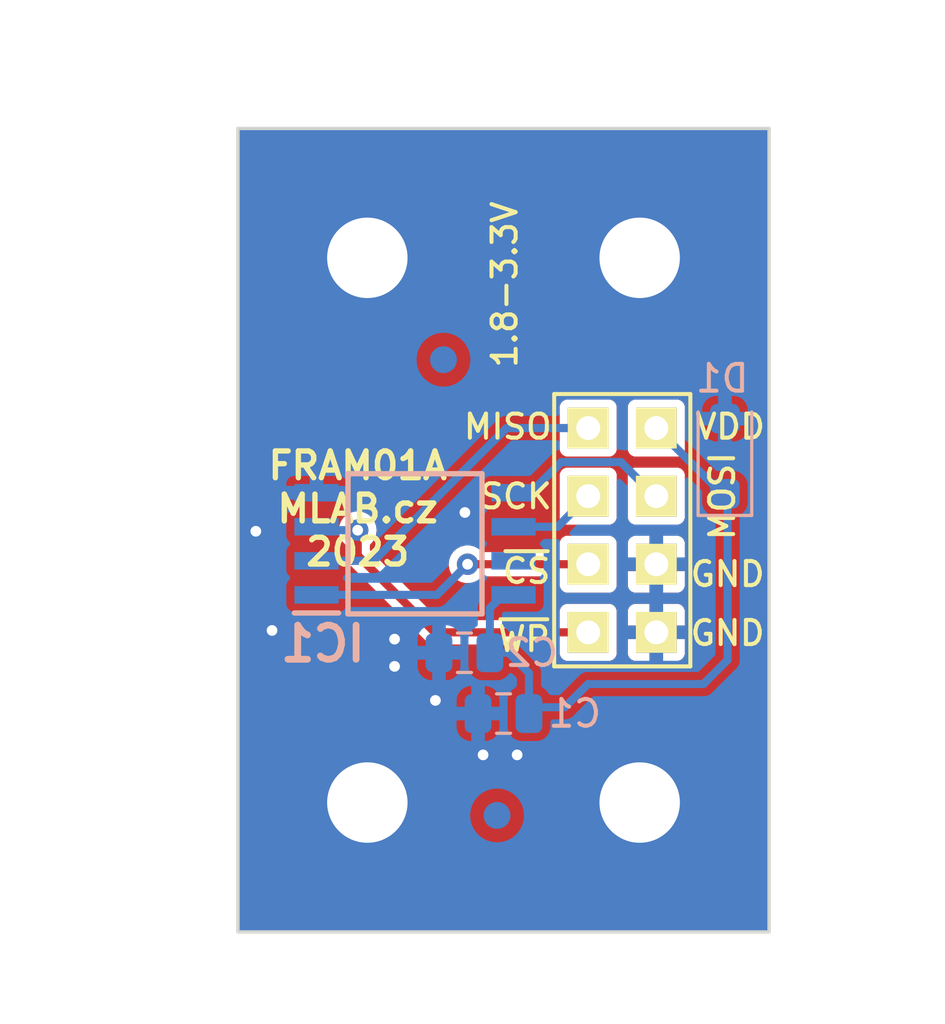
<source format=kicad_pcb>
(kicad_pcb (version 20221018) (generator pcbnew)
  (layers (0 "F.Cu" signal) (31 "B.Cu" signal) (34 "B.Paste" user) (35 "F.Paste" user) (36 "B.SilkS" user "B.Silkscreen") (37 "F.SilkS" user "F.Silkscreen") (38 "B.Mask" user) (39 "F.Mask" user) (44 "Edge.Cuts" user))
  (net 0 "")
  (net 1 "GND")
  (net 2 "~{CS}")
  (net 3 "MISO")
  (net 4 "~{WP}")
  (net 5 "MOSI")
  (net 6 "SCK")
  (net 8 "+3.3V")
  (footprint "Mlab_Mechanical:MountingHole_3mm" (layer "F.Cu") (at 147.32 96.52)
    (fp_text reference "M4" hide)
    (fp_text value "HOLE" hide)
    (pad "1" thru_hole circle (at 0 0) (size 6 6) (drill 3) (layers "*.Cu" "*.Mask") (net 1 "GND") (clearance 1))
  )
  (footprint "Mlab_Mechanical:MountingHole_3mm" (layer "F.Cu") (at 137.16 76.2)
    (fp_text reference "M1" hide)
    (fp_text value "HOLE M3" hide)
    (pad "1" thru_hole circle (at 0 0) (size 6 6) (drill 3) (layers "*.Cu" "*.Mask") (net 1 "GND") (clearance 1))
  )
  (footprint "Mlab_Mechanical:MountingHole_3mm" (layer "F.Cu") (at 147.32 76.2)
    (fp_text reference "M3" hide)
    (fp_text value "HOLE" hide)
    (pad "1" thru_hole circle (at 0 0) (size 6 6) (drill 3) (layers "*.Cu" "*.Mask") (net 1 "GND") (clearance 1))
  )
  (footprint "Mlab_Pin_Headers:Straight_2x04" (layer "F.Cu") (at 146.67 86.36)
    (fp_text reference "J2" hide)
    (fp_text value "HEADER_2x04" hide)
    (fp_line (start -2.54 -5.08) (end 2.54 -5.08) (stroke (width 0.15)) (layer "F.SilkS"))
    (fp_line (start -2.54 5.08) (end -2.54 -5.08) (stroke (width 0.15)) (layer "F.SilkS"))
    (fp_line (start 2.54 -5.08) (end 2.54 5.08) (stroke (width 0.15)) (layer "F.SilkS"))
    (fp_line (start 2.54 5.08) (end -2.54 5.08) (stroke (width 0.15)) (layer "F.SilkS"))
    (pad "1" thru_hole rect (at -1.27 -3.81) (size 1.524 1.524) (drill 0.889) (layers "*.Cu" "*.Mask" "F.SilkS") (net 3 "MISO"))
    (pad "2" thru_hole rect (at 1.27 -3.81) (size 1.524 1.524) (drill 0.889) (layers "*.Cu" "*.Mask" "F.SilkS") (net 8 "+3.3V"))
    (pad "3" thru_hole rect (at -1.27 -1.27) (size 1.524 1.524) (drill 0.889) (layers "*.Cu" "*.Mask" "F.SilkS") (net 6 "SCK"))
    (pad "4" thru_hole rect (at 1.27 -1.27) (size 1.524 1.524) (drill 0.889) (layers "*.Cu" "*.Mask" "F.SilkS") (net 5 "MOSI"))
    (pad "5" thru_hole rect (at -1.27 1.27) (size 1.524 1.524) (drill 0.889) (layers "*.Cu" "*.Mask" "F.SilkS") (net 2 "~{CS}"))
    (pad "6" thru_hole rect (at 1.27 1.27) (size 1.524 1.524) (drill 0.889) (layers "*.Cu" "*.Mask" "F.SilkS") (net 1 "GND"))
    (pad "7" thru_hole rect (at -1.27 3.81) (size 1.524 1.524) (drill 0.889) (layers "*.Cu" "*.Mask" "F.SilkS") (net 4 "~{WP}"))
    (pad "8" thru_hole rect (at 1.27 3.81) (size 1.524 1.524) (drill 0.889) (layers "*.Cu" "*.Mask" "F.SilkS") (net 1 "GND"))
  )
  (footprint "Mlab_Mechanical:MountingHole_3mm" (layer "F.Cu") (at 137.16 96.52)
    (fp_text reference "M2" hide)
    (fp_text value "HOLE M3" hide)
    (pad "1" thru_hole circle (at 0 0) (size 6 6) (drill 3) (layers "*.Cu" "*.Mask") (net 1 "GND") (clearance 1))
  )
  (footprint "KiCad:SOIC127P800X203-8N" (layer "B.Cu") (at 138.938 86.868)
    (fp_text reference "IC1" (at -3.438 3.732) (layer "B.SilkS") (effects (font (size 1.27 1.27) (thickness 0.254)) (justify mirror)))
    (fp_text value "CY15B108QN-40SXI" hide)
    (fp_line (start -4.5 2.58) (end -2.85 2.58) (stroke (width 0.2)) (layer "B.SilkS"))
    (fp_line (start -2.5 -2.615) (end -2.5 2.615) (stroke (width 0.2)) (layer "B.SilkS"))
    (fp_line (start -2.5 2.615) (end 2.5 2.615) (stroke (width 0.2)) (layer "B.SilkS"))
    (fp_line (start 2.5 -2.615) (end -2.5 -2.615) (stroke (width 0.2)) (layer "B.SilkS"))
    (fp_line (start 2.5 2.615) (end 2.5 -2.615) (stroke (width 0.2)) (layer "B.SilkS"))
    (pad "1" smd rect (at -3.675 1.905 270) (size 0.65 1.65) (layers "B.Cu" "B.Paste" "B.Mask") (net 2 "~{CS}"))
    (pad "2" smd rect (at -3.675 0.635 270) (size 0.65 1.65) (layers "B.Cu" "B.Paste" "B.Mask") (net 3 "MISO"))
    (pad "3" smd rect (at -3.675 -0.635 270) (size 0.65 1.65) (layers "B.Cu" "B.Paste" "B.Mask") (net 4 "~{WP}"))
    (pad "4" smd rect (at -3.675 -1.905 270) (size 0.65 1.65) (layers "B.Cu" "B.Paste" "B.Mask") (net 1 "GND"))
    (pad "5" smd rect (at 3.675 -1.905 270) (size 0.65 1.65) (layers "B.Cu" "B.Paste" "B.Mask") (net 5 "MOSI"))
    (pad "6" smd rect (at 3.675 -0.635 270) (size 0.65 1.65) (layers "B.Cu" "B.Paste" "B.Mask") (net 6 "SCK"))
    (pad "7" smd rect (at 3.675 0.635 270) (size 0.65 1.65) (layers "B.Cu" "B.Paste" "B.Mask"))
    (pad "8" smd rect (at 3.675 1.905 270) (size 0.65 1.65) (layers "B.Cu" "B.Paste" "B.Mask") (net 8 "+3.3V"))
  )
  (footprint "Diode_SMD:D_SOD-123F" (layer "B.Cu") (at 150.5 83.6 90)
    (fp_text reference "D1" (at 2.9 -0.1 180) (layer "B.SilkS") (effects (justify mirror)))
    (fp_text value "BZT52H-C3V6,115" hide)
    (fp_line (start -2.21 -1) (end 1.65 -1) (stroke (width 0.12)) (layer "B.SilkS"))
    (fp_line (start -2.21 1) (end -2.21 -1) (stroke (width 0.12)) (layer "B.SilkS"))
    (fp_line (start -2.21 1) (end 1.65 1) (stroke (width 0.12)) (layer "B.SilkS"))
    (pad "1" smd roundrect (at -1.4 0 90) (size 1.1 1.1) (layers "B.Cu" "B.Paste" "B.Mask") (roundrect_rratio 0.2272727273) (net 8 "+3.3V"))
    (pad "2" smd roundrect (at 1.4 0 90) (size 1.1 1.1) (layers "B.Cu" "B.Paste" "B.Mask") (roundrect_rratio 0.2272727273) (net 1 "GND"))
  )
  (footprint "Capacitor_SMD:C_0805_2012Metric" (layer "B.Cu") (at 142.24 93.2 180)
    (fp_text reference "C1" (at -2.66 0) (layer "B.SilkS") (effects (justify mirror)))
    (fp_text value "10uF")
    (fp_line (start -0.261252 -0.735) (end 0.261252 -0.735) (stroke (width 0.12)) (layer "B.SilkS"))
    (fp_line (start -0.261252 0.735) (end 0.261252 0.735) (stroke (width 0.12)) (layer "B.SilkS"))
    (pad "1" smd roundrect (at -0.95 0 180) (size 1 1.45) (layers "B.Cu" "B.Paste" "B.Mask") (net 8 "+3.3V"))
    (pad "2" smd roundrect (at 0.95 0 180) (size 1 1.45) (layers "B.Cu" "B.Paste" "B.Mask") (net 1 "GND"))
  )
  (footprint "Fiducial:Fiducial_1mm_Mask2mm" (layer "B.Cu") (at 140 80 180)
    (fp_text reference "FID2" hide)
    (fp_text value "Fiducial")
    (pad "" smd circle (at 0 0 180) (size 1 1) (layers "B.Cu" "B.Mask") (clearance 0.5))
  )
  (footprint "Fiducial:Fiducial_1mm_Mask2mm" (layer "B.Cu") (at 142 97 180)
    (fp_text reference "FID1" hide)
    (fp_text value "Fiducial")
    (pad "" smd circle (at 0 0 180) (size 1 1) (layers "B.Cu" "B.Mask") (clearance 0.5))
  )
  (footprint "Capacitor_SMD:C_0805_2012Metric" (layer "B.Cu") (at 140.782 90.932 180)
    (fp_text reference "C2" (at -2.518 0) (layer "B.SilkS") (effects (justify mirror)))
    (fp_text value "100nF")
    (fp_line (start -0.261252 -0.735) (end 0.261252 -0.735) (stroke (width 0.12)) (layer "B.SilkS"))
    (fp_line (start -0.261252 0.735) (end 0.261252 0.735) (stroke (width 0.12)) (layer "B.SilkS"))
    (pad "1" smd roundrect (at -0.95 0 180) (size 1 1.45) (layers "B.Cu" "B.Paste" "B.Mask") (net 8 "+3.3V"))
    (pad "2" smd roundrect (at 0.95 0 180) (size 1 1.45) (layers "B.Cu" "B.Paste" "B.Mask") (net 1 "GND"))
  )
  (gr_line (start 152.146 101.346) (end 132.334 101.346) (stroke (width 0.127)) (layer "Edge.Cuts"))
  (gr_line (start 132.334 71.374) (end 132.334 101.346) (stroke (width 0.127)) (layer "Edge.Cuts"))
  (gr_line (start 152.146 71.374) (end 152.146 101.346) (stroke (width 0.127)) (layer "Edge.Cuts"))
  (gr_line (start 132.334 71.374) (end 152.146 71.374) (stroke (width 0.127)) (layer "Edge.Cuts"))
  (gr_text "VDD" (at 150.7 82.5) (layer "F.SilkS") (effects (font (size 0.9 0.9))))
  (gr_text "GND" (at 150.6 88) (layer "F.SilkS") (effects (font (size 0.9 0.9))))
  (gr_text "MISO" (at 142.4 82.5) (layer "F.SilkS") (effects (font (size 0.9 0.9))))
  (gr_text "FRAM01A\nMLAB.cz\n2023" (at 136.8 85.56) (layer "F.SilkS") (effects (font (size 1 1) (thickness 0.2) bold)))
  (gr_text "~{WP}" (at 143 90.424) (layer "F.SilkS") (effects (font (size 0.9 0.9))))
  (gr_text "~{CS}" (at 143.1 87.884) (layer "F.SilkS") (effects (font (size 0.9 0.9))))
  (gr_text "GND" (at 150.6 90.2) (layer "F.SilkS") (effects (font (size 0.9 0.9))))
  (gr_text "1.8-3.3V" (at 142.81 80.38 90) (layer "F.SilkS") (effects (font (size 0.9 0.9)) (justify left bottom)))
  (gr_text "MOSI" (at 150.4 85.09 90) (layer "F.SilkS") (effects (font (size 0.9 0.9))))
  (gr_text "SCK" (at 142.7 85.1) (layer "F.SilkS") (effects (font (size 0.9 0.9))))
  (via (at 138.176 91.44) (size 0.8) (drill 0.4) (layers "F.Cu" "B.Cu") (net 1))
  (via (at 133.604 90.1) (size 0.8) (drill 0.4) (layers "F.Cu" "B.Cu") (net 1))
  (via (at 140.8 85.7) (size 0.8) (drill 0.4) (layers "F.Cu" "B.Cu") (net 1))
  (via (at 141.478 94.742) (size 0.8) (drill 0.4) (layers "F.Cu" "B.Cu") (net 1))
  (via (at 142.748 94.742) (size 0.8) (drill 0.4) (layers "F.Cu" "B.Cu") (net 1))
  (via (at 138.176 90.424) (size 0.8) (drill 0.4) (layers "F.Cu" "B.Cu") (net 1))
  (via (at 133 86.4) (size 0.8) (drill 0.4) (layers "F.Cu" "B.Cu") (net 1))
  (via (at 139.7 92.71) (size 0.8) (drill 0.4) (layers "F.Cu" "B.Cu") (net 1))
  (segment (start 145.4 87.63) (end 140.9 87.63) (width 0.3048) (layer "F.Cu") (net 2))
  (via (at 140.9 87.63) (size 0.8) (drill 0.4) (layers "F.Cu" "B.Cu") (net 2))
  (segment (start 140.9 87.63) (end 139.757 88.773) (width 0.3048) (layer "B.Cu") (net 2))
  (segment (start 139.757 88.773) (end 135.263 88.773) (width 0.3048) (layer "B.Cu") (net 2))
  (segment (start 135.263 87.503) (end 137.397 87.503) (width 0.3048) (layer "B.Cu") (net 3))
  (segment (start 137.397 87.503) (end 142.35 82.55) (width 0.3048) (layer "B.Cu") (net 3))
  (segment (start 142.35 82.55) (end 145.4 82.55) (width 0.3048) (layer "B.Cu") (net 3))
  (segment (start 136.8 86.36) (end 136.8 87.3) (width 0.3048) (layer "F.Cu") (net 4))
  (segment (start 136.8 87.3) (end 139.67 90.17) (width 0.3048) (layer "F.Cu") (net 4))
  (segment (start 139.67 90.17) (end 145.4 90.17) (width 0.3048) (layer "F.Cu") (net 4))
  (via (at 136.8 86.36) (size 0.8) (drill 0.4) (layers "F.Cu" "B.Cu") (net 4))
  (segment (start 136.8 86.36) (end 135.39 86.36) (width 0.3048) (layer "B.Cu") (net 4))
  (segment (start 135.39 86.36) (end 135.263 86.233) (width 0.25) (layer "B.Cu") (net 4))
  (segment (start 146.62 83.82) (end 147.89 85.09) (width 0.3048) (layer "B.Cu") (net 5))
  (segment (start 142.613 84.963) (end 143.250896 84.963) (width 0.3048) (layer "B.Cu") (net 5))
  (segment (start 144.393896 83.82) (end 146.62 83.82) (width 0.3048) (layer "B.Cu") (net 5))
  (segment (start 143.250896 84.963) (end 144.393896 83.82) (width 0.3048) (layer "B.Cu") (net 5))
  (segment (start 145.4 85.09) (end 144.257 86.233) (width 0.3048) (layer "B.Cu") (net 6))
  (segment (start 144.257 86.233) (end 142.613 86.233) (width 0.3048) (layer "B.Cu") (net 6))
  (segment (start 145.39 92.1) (end 149.7 92.1) (width 0.3) (layer "B.Cu") (net 8))
  (segment (start 141.732 90.932) (end 142.432 90.932) (width 0.3) (layer "B.Cu") (net 8))
  (segment (start 141.732 89.268) (end 142.227 88.773) (width 0.3) (layer "B.Cu") (net 8))
  (segment (start 143.19 91.69) (end 143.19 92.54) (width 0.3) (layer "B.Cu") (net 8))
  (segment (start 143.426 92.964) (end 144.526 92.964) (width 0.3) (layer "B.Cu") (net 8))
  (segment (start 149.7 92.1) (end 150.6 91.2) (width 0.3) (layer "B.Cu") (net 8))
  (segment (start 142.432 90.932) (end 143.19 91.69) (width 0.3) (layer "B.Cu") (net 8))
  (segment (start 150.6 91.2) (end 150.6 85.21) (width 0.3) (layer "B.Cu") (net 8))
  (segment (start 150.6 85.21) (end 147.94 82.55) (width 0.3) (layer "B.Cu") (net 8))
  (segment (start 141.732 90.932) (end 141.732 89.268) (width 0.3) (layer "B.Cu") (net 8))
  (segment (start 144.526 92.964) (end 145.39 92.1) (width 0.3) (layer "B.Cu") (net 8))
  (segment (start 142.227 88.773) (end 142.613 88.773) (width 0.3) (layer "B.Cu") (net 8))
  (zone (net 1) (net_name "GND") (layers "F&B.Cu") (connect_pads (clearance 0.3)) (min_thickness 0.2) (fill yes (thermal_gap 0.3) (thermal_bridge_width 0.508))
    (polygon (pts (xy 152.146 101.346) (xy 132.334 101.346) (xy 132.334 71.374) (xy 152.146 71.374)))
  )
)
</source>
